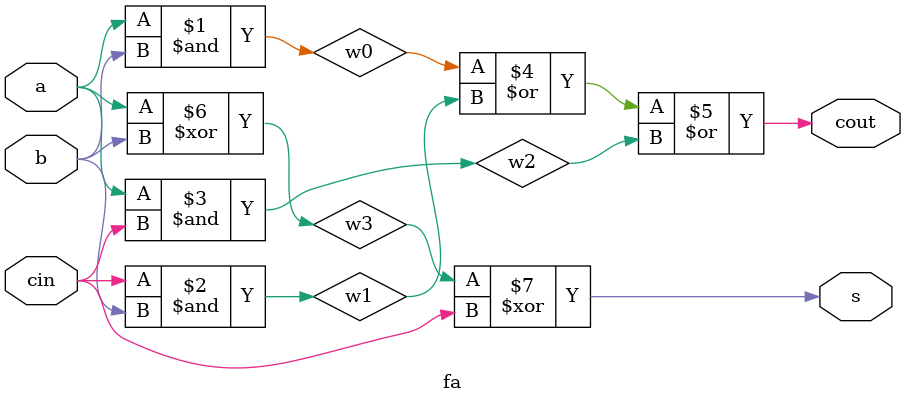
<source format=v>

module fa(a, b, cin, cout, s);

input a, b, cin;

output s, cout;

wire w0, w1, w2, w3;

and g0(w0, a, b);
and g1(w1, cin, b);
and g2(w2, a, cin);
or  g3(cout, w0, w1, w2);

xor g4(w3, a, b);
xor g5(s, w3, cin);


endmodule	
</source>
